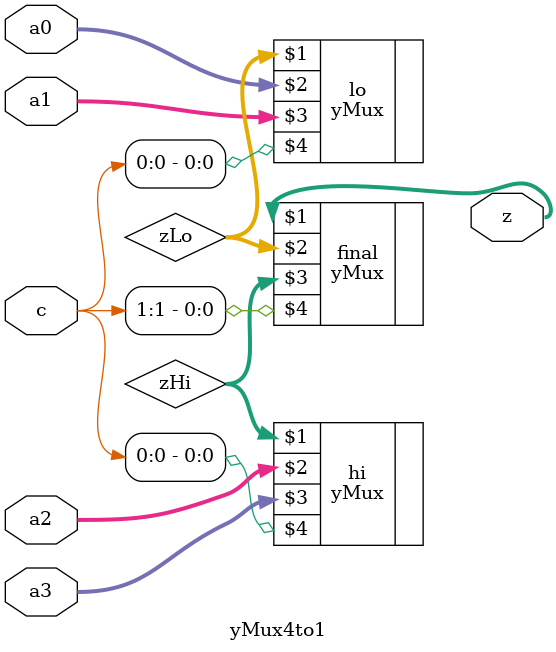
<source format=v>
module yMux4to1(z, a0,a1,a2,a3, c);
parameter SIZE = 2;
output [SIZE-1:0] z;
input [SIZE-1:0] a0, a1, a2, a3;
input [1:0] c;
wire [SIZE-1:0] zLo, zHi;
yMux #(SIZE) lo(zLo, a0, a1, c[0]);
yMux #(SIZE) hi(zHi, a2, a3, c[0]);
yMux #(SIZE) final(z, zLo, zHi, c[1]);
endmodule 

</source>
